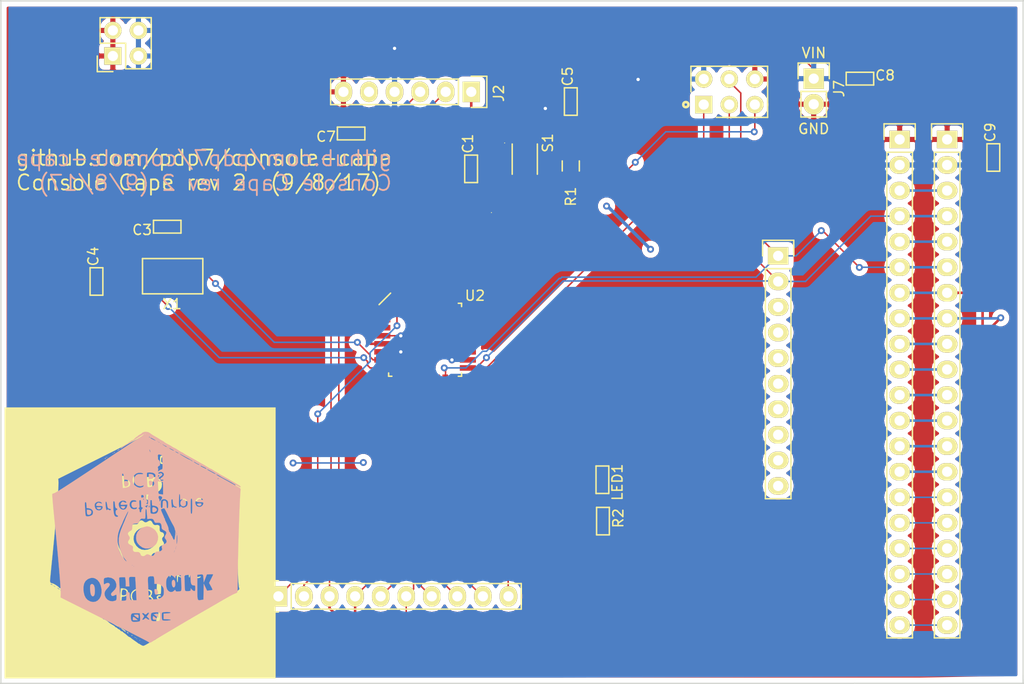
<source format=kicad_pcb>
(kicad_pcb (version 4) (host pcbnew 4.0.6)
  (title_block (company "Released under the CERN Open Hardware License v1.2") (comment 1 "jenner@wickerbox.net - http://wickerbox.net") (comment 2 "Designed by Jenner at Wickerbox Electronics"))
  (layers (0 F.Cu signal) (31 B.Cu signal) (34 B.Paste user) (35 F.Paste user) (36 B.SilkS user) (37 F.SilkS user) (38 B.Mask user) (39 F.Mask user) (44 Edge.Cuts user))
  (net 0 "")
  (net 1 /~RESET)
  (net 2 /FTDI_RESET)
  (net 3 GND)
  (net 4 "Net-(C3-Pad1)")
  (net 5 "Net-(C4-Pad1)")
  (net 6 /D0)
  (net 7 /D1)
  (net 8 "Net-(J2-Pad5)")
  (net 9 /D11)
  (net 10 /D2)
  (net 11 /D3)
  (net 12 /D6)
  (net 13 /D7)
  (net 14 /D8)
  (net 15 /D9)
  (net 16 /D10)
  (net 17 "Net-(LED1-Pad2)")
  (net 18 "Net-(J5-Pad3)")
  (net 19 "Net-(J5-Pad4)")
  (net 20 "Net-(J5-Pad5)")
  (net 21 "Net-(J5-Pad6)")
  (net 22 "Net-(J5-Pad7)")
  (net 23 "Net-(J5-Pad8)")
  (net 24 "Net-(J5-Pad9)")
  (net 25 "Net-(J5-Pad10)")
  (net 26 "Net-(U2-Pad19)")
  (net 27 "Net-(U2-Pad20)")
  (net 28 "Net-(U2-Pad22)")
  (net 29 "Net-(U2-Pad23)")
  (net 30 "Net-(U2-Pad24)")
  (net 31 "Net-(U2-Pad25)")
  (net 32 "Net-(U2-Pad26)")
  (net 33 "Net-(U2-Pad27)")
  (net 34 "Net-(U2-Pad28)")
  (net 35 VIN)
  (net 36 3Vo)
  (net 37 CLK)
  (net 38 MOSI)
  (net 39 TFT_CS)
  (net 40 TFT_DC)
  (net 41 RST)
  (net 42 Lite)
  (net 43 Y+)
  (net 44 X+)
  (net 45 Y-)
  (net 46 X-)
  (net 47 IM3)
  (net 48 IM2)
  (net 49 IM1)
  (net 50 IM0)
  (net 51 CCS)
  (net 52 CD)
  (net 53 "Net-(J1-Pad5)")
  (net 54 "Net-(J6-Pad5)")
  (module Wickerlib:TQFP-32-7x7MM-P0.8MM (layer F.Cu) (at 166.624 82.296)
    (fp_text reference U2)
    (fp_text value ATMEGA328 hide)
    (fp_text user %R (at 4.953 -4.386 180) (layer F.SilkS))
    (pad 1 smd rect (at -4.25 -2.8) (size 1.6 0.55) (layers F.Cu F.Paste F.Mask) (net 11 /D3))
    (pad 2 smd rect (at -4.25 -2) (size 1.6 0.55) (layers F.Cu F.Paste F.Mask) (net 40 TFT_DC))
    (pad 3 smd rect (at -4.25 -1.2) (size 1.6 0.55) (layers F.Cu F.Paste F.Mask) (net 3 GND))
    (pad 4 smd rect (at -4.25 -0.4) (size 1.6 0.55) (layers F.Cu F.Paste F.Mask) (net 35 VIN))
    (pad 5 smd rect (at -4.25 0.4) (size 1.6 0.55) (layers F.Cu F.Paste F.Mask) (net 3 GND))
    (pad 6 smd rect (at -4.25 1.2) (size 1.6 0.55) (layers F.Cu F.Paste F.Mask) (net 35 VIN))
    (pad 7 smd rect (at -4.25 2) (size 1.6 0.55) (layers F.Cu F.Paste F.Mask) (net 4 "Net-(C3-Pad1)"))
    (pad 8 smd rect (at -4.25 2.8) (size 1.6 0.55) (layers F.Cu F.Paste F.Mask) (net 5 "Net-(C4-Pad1)"))
    (pad 9 smd rect (at -2.8 4.25 90) (size 1.6 0.55) (layers F.Cu F.Paste F.Mask) (net 39 TFT_CS))
    (pad 10 smd rect (at -2 4.25 90) (size 1.6 0.55) (layers F.Cu F.Paste F.Mask) (net 12 /D6))
    (pad 11 smd rect (at -1.2 4.25 90) (size 1.6 0.55) (layers F.Cu F.Paste F.Mask) (net 13 /D7))
    (pad 12 smd rect (at -0.4 4.25 90) (size 1.6 0.55) (layers F.Cu F.Paste F.Mask) (net 14 /D8))
    (pad 13 smd rect (at 0.4 4.25 90) (size 1.6 0.55) (layers F.Cu F.Paste F.Mask) (net 15 /D9))
    (pad 14 smd rect (at 1.2 4.25 90) (size 1.6 0.55) (layers F.Cu F.Paste F.Mask) (net 16 /D10))
    (pad 15 smd rect (at 2 4.25 90) (size 1.6 0.55) (layers F.Cu F.Paste F.Mask) (net 38 MOSI))
    (pad 16 smd rect (at 2.8 4.25 90) (size 1.6 0.55) (layers F.Cu F.Paste F.Mask) (net 9 /D11))
    (pad 17 smd rect (at 4.25 2.8) (size 1.6 0.55) (layers F.Cu F.Paste F.Mask) (net 37 CLK))
    (pad 18 smd rect (at 4.25 2) (size 1.6 0.55) (layers F.Cu F.Paste F.Mask) (net 35 VIN))
    (pad 19 smd rect (at 4.25 1.2) (size 1.6 0.55) (layers F.Cu F.Paste F.Mask) (net 26 "Net-(U2-Pad19)"))
    (pad 20 smd rect (at 4.25 0.4) (size 1.6 0.55) (layers F.Cu F.Paste F.Mask) (net 27 "Net-(U2-Pad20)"))
    (pad 21 smd rect (at 4.25 -0.4) (size 1.6 0.55) (layers F.Cu F.Paste F.Mask) (net 3 GND))
    (pad 22 smd rect (at 4.25 -1.2) (size 1.6 0.55) (layers F.Cu F.Paste F.Mask) (net 28 "Net-(U2-Pad22)"))
    (pad 23 smd rect (at 4.25 -2) (size 1.6 0.55) (layers F.Cu F.Paste F.Mask) (net 29 "Net-(U2-Pad23)"))
    (pad 24 smd rect (at 4.25 -2.8) (size 1.6 0.55) (layers F.Cu F.Paste F.Mask) (net 30 "Net-(U2-Pad24)"))
    (pad 25 smd rect (at 2.8 -4.25 90) (size 1.6 0.55) (layers F.Cu F.Paste F.Mask) (net 31 "Net-(U2-Pad25)"))
    (pad 26 smd rect (at 2 -4.25 90) (size 1.6 0.55) (layers F.Cu F.Paste F.Mask) (net 32 "Net-(U2-Pad26)"))
    (pad 27 smd rect (at 1.2 -4.25 90) (size 1.6 0.55) (layers F.Cu F.Paste F.Mask) (net 33 "Net-(U2-Pad27)"))
    (pad 28 smd rect (at 0.4 -4.25 90) (size 1.6 0.55) (layers F.Cu F.Paste F.Mask) (net 34 "Net-(U2-Pad28)"))
    (pad 29 smd rect (at -0.4 -4.25 90) (size 1.6 0.55) (layers F.Cu F.Paste F.Mask) (net 1 /~RESET))
    (pad 30 smd rect (at -1.2 -4.25 90) (size 1.6 0.55) (layers F.Cu F.Paste F.Mask) (net 6 /D0))
    (pad 31 smd rect (at -2 -4.25 90) (size 1.6 0.55) (layers F.Cu F.Paste F.Mask) (net 7 /D1))
    (pad 32 smd rect (at -2.8 -4.25 90) (size 1.6 0.55) (layers F.Cu F.Paste F.Mask) (net 10 /D2))
  )
  (module Wickerlib:RLC-0603-SMD (layer F.Cu) (at 171.196 65.278 90)
    (fp_text reference C1)
    (fp_text value 100nF hide)
    (fp_text user %R (at 2.4645 -0.3175 90) (layer F.SilkS))
    (pad 1 smd rect (at -0.75 0 90) (size 0.8 0.75) (layers F.Cu F.Paste F.Mask) (net 1 /~RESET))
    (pad 2 smd rect (at 0.75 0 90) (size 0.8 0.75) (layers F.Cu F.Paste F.Mask) (net 2 /FTDI_RESET))
  )
  (module Wickerlib:RLC-0603-SMD (layer F.Cu) (at 140.97 71.06 180)
    (fp_text reference C3)
    (fp_text value 22pF hide)
    (fp_text user %R (at 2.4645 -0.3175 180) (layer F.SilkS))
    (pad 1 smd rect (at -0.75 0 180) (size 0.8 0.75) (layers F.Cu F.Paste F.Mask) (net 4 "Net-(C3-Pad1)"))
    (pad 2 smd rect (at 0.75 0 180) (size 0.8 0.75) (layers F.Cu F.Paste F.Mask) (net 3 GND))
  )
  (module Wickerlib:RLC-0603-SMD (layer F.Cu) (at 133.97 76.47 90)
    (fp_text reference C4)
    (fp_text value 22pF hide)
    (fp_text user %R (at 2.4645 -0.3175 90) (layer F.SilkS))
    (pad 1 smd rect (at -0.75 0 90) (size 0.8 0.75) (layers F.Cu F.Paste F.Mask) (net 5 "Net-(C4-Pad1)"))
    (pad 2 smd rect (at 0.75 0 90) (size 0.8 0.75) (layers F.Cu F.Paste F.Mask) (net 3 GND))
  )
  (module Wickerlib:RLC-0603-SMD (layer F.Cu) (at 181.102 58.59272 90)
    (fp_text reference C5)
    (fp_text value 100nF hide)
    (fp_text user %R (at 2.4645 -0.3175 90) (layer F.SilkS))
    (pad 1 smd rect (at -0.75 0 90) (size 0.8 0.75) (layers F.Cu F.Paste F.Mask) (net 35 VIN))
    (pad 2 smd rect (at 0.75 0 90) (size 0.8 0.75) (layers F.Cu F.Paste F.Mask) (net 3 GND))
  )
  (module Wickerlib:RLC-0603-SMD (layer F.Cu) (at 159.24276 61.7982 180)
    (fp_text reference C7)
    (fp_text value 100nF hide)
    (fp_text user %R (at 2.4645 -0.3175 180) (layer F.SilkS))
    (pad 1 smd rect (at -0.75 0 180) (size 0.8 0.75) (layers F.Cu F.Paste F.Mask) (net 35 VIN))
    (pad 2 smd rect (at 0.75 0 180) (size 0.8 0.75) (layers F.Cu F.Paste F.Mask) (net 3 GND))
  )
  (module Wickerlib:RLC-0603-SMD (layer F.Cu) (at 209.86496 56.34736)
    (fp_text reference C8)
    (fp_text value 100nF hide)
    (fp_text user %R (at 2.4645 -0.3175) (layer F.SilkS))
    (pad 1 smd rect (at -0.75 0) (size 0.8 0.75) (layers F.Cu F.Paste F.Mask) (net 35 VIN))
    (pad 2 smd rect (at 0.75 0) (size 0.8 0.75) (layers F.Cu F.Paste F.Mask) (net 3 GND))
  )
  (module Wickerlib:RLC-0603-SMD (layer F.Cu) (at 223.09074 64.15278 90)
    (fp_text reference C9)
    (fp_text value 100nF hide)
    (fp_text user %R (at 2.4645 -0.3175 90) (layer F.SilkS))
    (pad 1 smd rect (at -0.75 0 90) (size 0.8 0.75) (layers F.Cu F.Paste F.Mask) (net 35 VIN))
    (pad 2 smd rect (at 0.75 0 90) (size 0.8 0.75) (layers F.Cu F.Paste F.Mask) (net 3 GND))
  )
  (module Wickerlib:CONN-HEADER-STRAIGHT-P2.54MM-1x06 (layer F.Cu) (at 171.21 57.66 270)
    (fp_text reference J2)
    (fp_text value FTDI hide)
    (fp_text user %R (at 0.14 -2.74 450) (layer F.SilkS))
    (pad 1 thru_hole rect (at 0 0 270) (size 2.032 1.7272) (drill 1.016) (layers *.Cu *.Mask F.SilkS) (net 2 /FTDI_RESET))
    (pad 2 thru_hole oval (at 0 2.54 270) (size 2.032 1.7272) (drill 1.016) (layers *.Cu *.Mask F.SilkS) (net 6 /D0))
    (pad 3 thru_hole oval (at 0 5.08 270) (size 2.032 1.7272) (drill 1.016) (layers *.Cu *.Mask F.SilkS) (net 7 /D1))
    (pad 4 thru_hole oval (at 0 7.62 270) (size 2.032 1.7272) (drill 1.016) (layers *.Cu *.Mask F.SilkS) (net 35 VIN))
    (pad 5 thru_hole oval (at 0 10.16 270) (size 2.032 1.7272) (drill 1.016) (layers *.Cu *.Mask F.SilkS) (net 8 "Net-(J2-Pad5)"))
    (pad 6 thru_hole oval (at 0 12.7 270) (size 2.032 1.7272) (drill 1.016) (layers *.Cu *.Mask F.SilkS) (net 3 GND))
  )
  (module Wickerlib:CONN-HEADER-STRAIGHT-P2.54MM-2x03 (layer F.Cu) (at 194.31 58.928 90)
    (fp_text reference J3)
    (fp_text value ISP-2560 hide)
    (pad 1 thru_hole rect (at 0 0 90) (size 1.7272 1.7272) (drill 1.016) (layers *.Cu *.Mask F.SilkS) (net 9 /D11))
    (pad 2 thru_hole oval (at 2.54 0 90) (size 1.7272 1.7272) (drill 1.016) (layers *.Cu *.Mask F.SilkS) (net 35 VIN))
    (pad 3 thru_hole oval (at 0 2.54 90) (size 1.7272 1.7272) (drill 1.016) (layers *.Cu *.Mask F.SilkS) (net 37 CLK))
    (pad 4 thru_hole oval (at 2.54 2.54 90) (size 1.7272 1.7272) (drill 1.016) (layers *.Cu *.Mask F.SilkS) (net 38 MOSI))
    (pad 5 thru_hole oval (at 0 5.08 90) (size 1.7272 1.7272) (drill 1.016) (layers *.Cu *.Mask F.SilkS) (net 1 /~RESET))
    (pad 6 thru_hole oval (at 2.54 5.08 90) (size 1.7272 1.7272) (drill 1.016) (layers *.Cu *.Mask F.SilkS) (net 3 GND))
  )
  (module Wickerlib:CONN-HEADER-STRAIGHT-P2.54MM-1x10 (layer F.Cu) (at 152.05 107.79 90)
    (fp_text reference J4)
    (fp_text value DIGOUT1 hide)
    (pad 1 thru_hole rect (at 0 0 90) (size 2.032 1.7272) (drill 1.016) (layers *.Cu *.Mask F.SilkS) (net 10 /D2))
    (pad 2 thru_hole oval (at 0 2.54 90) (size 2.032 1.7272) (drill 1.016) (layers *.Cu *.Mask F.SilkS) (net 11 /D3))
    (pad 3 thru_hole oval (at 0 5.08 90) (size 2.032 1.7272) (drill 1.016) (layers *.Cu *.Mask F.SilkS) (net 40 TFT_DC))
    (pad 4 thru_hole oval (at 0 7.62 90) (size 2.032 1.7272) (drill 1.016) (layers *.Cu *.Mask F.SilkS) (net 39 TFT_CS))
    (pad 5 thru_hole oval (at 0 10.16 90) (size 2.032 1.7272) (drill 1.016) (layers *.Cu *.Mask F.SilkS) (net 12 /D6))
    (pad 6 thru_hole oval (at 0 12.7 90) (size 2.032 1.7272) (drill 1.016) (layers *.Cu *.Mask F.SilkS) (net 13 /D7))
    (pad 7 thru_hole oval (at 0 15.24 90) (size 2.032 1.7272) (drill 1.016) (layers *.Cu *.Mask F.SilkS) (net 14 /D8))
    (pad 8 thru_hole oval (at 0 17.78 90) (size 2.032 1.7272) (drill 1.016) (layers *.Cu *.Mask F.SilkS) (net 15 /D9))
    (pad 9 thru_hole oval (at 0 20.32 90) (size 2.032 1.7272) (drill 1.016) (layers *.Cu *.Mask F.SilkS) (net 16 /D10))
    (pad 10 thru_hole oval (at 0 22.86 90) (size 2.032 1.7272) (drill 1.016) (layers *.Cu *.Mask F.SilkS) (net 9 /D11))
  )
  (module Wickerlib:CONN-HEADER-STRAIGHT-P2.54MM-1x10 (layer F.Cu) (at 201.71 73.96)
    (fp_text reference J5)
    (fp_text value DIGOUT2 hide)
    (pad 1 thru_hole rect (at 0 0) (size 2.032 1.7272) (drill 1.016) (layers *.Cu *.Mask F.SilkS) (net 38 MOSI))
    (pad 2 thru_hole oval (at 0 2.54) (size 2.032 1.7272) (drill 1.016) (layers *.Cu *.Mask F.SilkS) (net 37 CLK))
    (pad 3 thru_hole oval (at 0 5.08) (size 2.032 1.7272) (drill 1.016) (layers *.Cu *.Mask F.SilkS) (net 18 "Net-(J5-Pad3)"))
    (pad 4 thru_hole oval (at 0 7.62) (size 2.032 1.7272) (drill 1.016) (layers *.Cu *.Mask F.SilkS) (net 19 "Net-(J5-Pad4)"))
    (pad 5 thru_hole oval (at 0 10.16) (size 2.032 1.7272) (drill 1.016) (layers *.Cu *.Mask F.SilkS) (net 20 "Net-(J5-Pad5)"))
    (pad 6 thru_hole oval (at 0 12.7) (size 2.032 1.7272) (drill 1.016) (layers *.Cu *.Mask F.SilkS) (net 21 "Net-(J5-Pad6)"))
    (pad 7 thru_hole oval (at 0 15.24) (size 2.032 1.7272) (drill 1.016) (layers *.Cu *.Mask F.SilkS) (net 22 "Net-(J5-Pad7)"))
    (pad 8 thru_hole oval (at 0 17.78) (size 2.032 1.7272) (drill 1.016) (layers *.Cu *.Mask F.SilkS) (net 23 "Net-(J5-Pad8)"))
    (pad 9 thru_hole oval (at 0 20.32) (size 2.032 1.7272) (drill 1.016) (layers *.Cu *.Mask F.SilkS) (net 24 "Net-(J5-Pad9)"))
    (pad 10 thru_hole oval (at 0 22.86) (size 2.032 1.7272) (drill 1.016) (layers *.Cu *.Mask F.SilkS) (net 25 "Net-(J5-Pad10)"))
  )
  (module Wickerlib:RLC-0603-SMD (layer F.Cu) (at 184.2442 96.2356 270)
    (fp_text reference LED1)
    (fp_text value AMBER hide)
    (fp_text user %R (at 0.22 -1.49 270) (layer F.SilkS))
    (pad 1 smd rect (at -0.75 0 270) (size 0.8 0.75) (layers F.Cu F.Paste F.Mask) (net 3 GND))
    (pad 2 smd rect (at 0.75 0 270) (size 0.8 0.75) (layers F.Cu F.Paste F.Mask) (net 17 "Net-(LED1-Pad2)"))
  )
  (module Wickerlib:RLC-0805-SMD (layer F.Cu) (at 181.102 65.024 270)
    (fp_text reference R1)
    (fp_text value 10K hide)
    (fp_text user %R (at 3.048 0 270) (layer F.SilkS))
    (pad 1 smd rect (at -1 0 270) (size 1 1.25) (layers F.Cu F.Paste F.Mask) (net 35 VIN))
    (pad 2 smd rect (at 1 0 270) (size 1 1.25) (layers F.Cu F.Paste F.Mask) (net 1 /~RESET))
  )
  (module Wickerlib:RLC-0603-SMD (layer F.Cu) (at 184.2996 100.2852 90)
    (fp_text reference R2)
    (fp_text value 1K hide)
    (fp_text user %R (at 0.26 1.52 90) (layer F.SilkS))
    (pad 1 smd rect (at -0.75 0 90) (size 0.8 0.75) (layers F.Cu F.Paste F.Mask) (net 13 /D7))
    (pad 2 smd rect (at 0.75 0 90) (size 0.8 0.75) (layers F.Cu F.Paste F.Mask) (net 17 "Net-(LED1-Pad2)"))
  )
  (module Wickerlib:SWITCH-OMRON-MOMENTARY-SMD-B3U-1000P (layer F.Cu) (at 176.53 62.738 270)
    (fp_text reference S1)
    (fp_text value RESET hide)
    (fp_text user %R (at 0 -2.286 270) (layer F.SilkS))
    (pad 2 smd rect (at 3.4 0 270) (size 0.8 1.7) (layers F.Cu F.Paste F.Mask) (net 1 /~RESET))
    (pad 1 smd rect (at 0 0 270) (size 0.8 1.7) (layers F.Cu F.Paste F.Mask) (net 3 GND))
  )
  (module Wickerlib:CRYSTAL-CTS-4SMD (layer F.Cu) (at 141.49 75.75 180)
    (fp_text reference X1)
    (fp_text value "16MHz 18pF" hide)
    (fp_text user %R (at 0 -3 180) (layer F.SilkS))
    (pad 3 smd rect (at 2.1844 -1.4732 180) (size 1.905 1.397) (layers F.Cu F.Paste F.Mask) (net 5 "Net-(C4-Pad1)"))
    (pad 4 smd rect (at -2.286 -1.4732 180) (size 1.905 1.397) (layers F.Cu F.Paste F.Mask) (net 3 GND))
    (pad 2 smd rect (at 2.1844 1.016 180) (size 1.905 1.397) (layers F.Cu F.Paste F.Mask) (net 3 GND))
    (pad 1 smd rect (at -2.286 1.016 180) (size 1.905 1.397) (layers F.Cu F.Paste F.Mask) (net 4 "Net-(C3-Pad1)"))
  )
  (module Wickerlib:CONN-HEADER-STRAIGHT-P2.54MM-1x20 (layer F.Cu) (at 218.5 62.39)
    (fp_text reference J1)
    (fp_text value "LCD HEADER" hide)
    (pad 1 thru_hole rect (at 0 0) (size 2.032 1.7272) (drill 1.016) (layers *.Cu *.Mask F.SilkS) (net 3 GND))
    (pad 2 thru_hole oval (at 0 2.54) (size 2.032 1.7272) (drill 1.016) (layers *.Cu *.Mask F.SilkS) (net 35 VIN))
    (pad 3 thru_hole oval (at 0 5.08) (size 2.032 1.7272) (drill 1.016) (layers *.Cu *.Mask F.SilkS) (net 36 3Vo))
    (pad 4 thru_hole oval (at 0 7.62) (size 2.032 1.7272) (drill 1.016) (layers *.Cu *.Mask F.SilkS) (net 37 CLK))
    (pad 5 thru_hole oval (at 0 10.16) (size 2.032 1.7272) (drill 1.016) (layers *.Cu *.Mask F.SilkS) (net 53 "Net-(J1-Pad5)"))
    (pad 6 thru_hole oval (at 0 12.7) (size 2.032 1.7272) (drill 1.016) (layers *.Cu *.Mask F.SilkS) (net 38 MOSI))
    (pad 7 thru_hole oval (at 0 15.24) (size 2.032 1.7272) (drill 1.016) (layers *.Cu *.Mask F.SilkS) (net 39 TFT_CS))
    (pad 8 thru_hole oval (at 0 17.78) (size 2.032 1.7272) (drill 1.016) (layers *.Cu *.Mask F.SilkS) (net 40 TFT_DC))
    (pad 9 thru_hole oval (at 0 20.32) (size 2.032 1.7272) (drill 1.016) (layers *.Cu *.Mask F.SilkS) (net 41 RST))
    (pad 10 thru_hole oval (at 0 22.86) (size 2.032 1.7272) (drill 1.016) (layers *.Cu *.Mask F.SilkS) (net 42 Lite))
    (pad 11 thru_hole oval (at 0 25.4) (size 2.032 1.7272) (drill 1.016) (layers *.Cu *.Mask F.SilkS) (net 43 Y+))
    (pad 12 thru_hole oval (at 0 27.94) (size 2.032 1.7272) (drill 1.016) (layers *.Cu *.Mask F.SilkS) (net 44 X+))
    (pad 13 thru_hole oval (at 0 30.48) (size 2.032 1.7272) (drill 1.016) (layers *.Cu *.Mask F.SilkS) (net 45 Y-))
    (pad 14 thru_hole oval (at 0 33.02) (size 2.032 1.7272) (drill 1.016) (layers *.Cu *.Mask F.SilkS) (net 46 X-))
    (pad 15 thru_hole oval (at 0 35.56) (size 2.032 1.7272) (drill 1.016) (layers *.Cu *.Mask F.SilkS) (net 47 IM3))
    (pad 16 thru_hole oval (at 0 38.1) (size 2.032 1.7272) (drill 1.016) (layers *.Cu *.Mask F.SilkS) (net 48 IM2))
    (pad 17 thru_hole oval (at 0 40.64) (size 2.032 1.7272) (drill 1.016) (layers *.Cu *.Mask F.SilkS) (net 49 IM1))
    (pad 18 thru_hole oval (at 0 43.18) (size 2.032 1.7272) (drill 1.016) (layers *.Cu *.Mask F.SilkS) (net 50 IM0))
    (pad 19 thru_hole oval (at 0 45.72) (size 2.032 1.7272) (drill 1.016) (layers *.Cu *.Mask F.SilkS) (net 51 CCS))
    (pad 20 thru_hole oval (at 0 48.26) (size 2.032 1.7272) (drill 1.016) (layers *.Cu *.Mask F.SilkS) (net 52 CD))
  )
  (module Wickerlib:CONN-HEADER-STRAIGHT-P2.54MM-1x20 (layer F.Cu) (at 213.78 62.39)
    (fp_text reference J6)
    (fp_text value "LCD TEST" hide)
    (pad 1 thru_hole rect (at 0 0) (size 2.032 1.7272) (drill 1.016) (layers *.Cu *.Mask F.SilkS) (net 3 GND))
    (pad 2 thru_hole oval (at 0 2.54) (size 2.032 1.7272) (drill 1.016) (layers *.Cu *.Mask F.SilkS) (net 35 VIN))
    (pad 3 thru_hole oval (at 0 5.08) (size 2.032 1.7272) (drill 1.016) (layers *.Cu *.Mask F.SilkS) (net 36 3Vo))
    (pad 4 thru_hole oval (at 0 7.62) (size 2.032 1.7272) (drill 1.016) (layers *.Cu *.Mask F.SilkS) (net 37 CLK))
    (pad 5 thru_hole oval (at 0 10.16) (size 2.032 1.7272) (drill 1.016) (layers *.Cu *.Mask F.SilkS) (net 54 "Net-(J6-Pad5)"))
    (pad 6 thru_hole oval (at 0 12.7) (size 2.032 1.7272) (drill 1.016) (layers *.Cu *.Mask F.SilkS) (net 38 MOSI))
    (pad 7 thru_hole oval (at 0 15.24) (size 2.032 1.7272) (drill 1.016) (layers *.Cu *.Mask F.SilkS) (net 39 TFT_CS))
    (pad 8 thru_hole oval (at 0 17.78) (size 2.032 1.7272) (drill 1.016) (layers *.Cu *.Mask F.SilkS) (net 40 TFT_DC))
    (pad 9 thru_hole oval (at 0 20.32) (size 2.032 1.7272) (drill 1.016) (layers *.Cu *.Mask F.SilkS) (net 41 RST))
    (pad 10 thru_hole oval (at 0 22.86) (size 2.032 1.7272) (drill 1.016) (layers *.Cu *.Mask F.SilkS) (net 42 Lite))
    (pad 11 thru_hole oval (at 0 25.4) (size 2.032 1.7272) (drill 1.016) (layers *.Cu *.Mask F.SilkS) (net 43 Y+))
    (pad 12 thru_hole oval (at 0 27.94) (size 2.032 1.7272) (drill 1.016) (layers *.Cu *.Mask F.SilkS) (net 44 X+))
    (pad 13 thru_hole oval (at 0 30.48) (size 2.032 1.7272) (drill 1.016) (layers *.Cu *.Mask F.SilkS) (net 45 Y-))
    (pad 14 thru_hole oval (at 0 33.02) (size 2.032 1.7272) (drill 1.016) (layers *.Cu *.Mask F.SilkS) (net 46 X-))
    (pad 15 thru_hole oval (at 0 35.56) (size 2.032 1.7272) (drill 1.016) (layers *.Cu *.Mask F.SilkS) (net 47 IM3))
    (pad 16 thru_hole oval (at 0 38.1) (size 2.032 1.7272) (drill 1.016) (layers *.Cu *.Mask F.SilkS) (net 48 IM2))
    (pad 17 thru_hole oval (at 0 40.64) (size 2.032 1.7272) (drill 1.016) (layers *.Cu *.Mask F.SilkS) (net 49 IM1))
    (pad 18 thru_hole oval (at 0 43.18) (size 2.032 1.7272) (drill 1.016) (layers *.Cu *.Mask F.SilkS) (net 50 IM0))
    (pad 19 thru_hole oval (at 0 45.72) (size 2.032 1.7272) (drill 1.016) (layers *.Cu *.Mask F.SilkS) (net 51 CCS))
    (pad 20 thru_hole oval (at 0 48.26) (size 2.032 1.7272) (drill 1.016) (layers *.Cu *.Mask F.SilkS) (net 52 CD))
  )
  (module Wickerlib:CONN-HEADER-STRAIGHT-P2.54MM-1x02 (layer F.Cu) (at 205.24 56.35)
    (fp_text reference J7)
    (fp_text value CONN_01X02 hide)
    (fp_text user %R (at 2.52 0.99 90) (layer F.SilkS))
    (pad 1 thru_hole rect (at 0 0) (size 2.032 2.032) (drill 1.016) (layers *.Cu *.Mask F.SilkS) (net 35 VIN))
    (pad 2 thru_hole oval (at 0 2.54) (size 2.032 2.032) (drill 1.016) (layers *.Cu *.Mask F.SilkS) (net 3 GND))
  )
  (module console-cape:oshpark0x0c (layer B.Cu) (at 138.5062 101.5238)
    (fp_text reference G*** hide)
    (fp_text value LOGO hide)
  )
  (module console-cape:dpi400-oshpark0x0ckicad_mod (layer F.Cu) (at 138.303 102.48392)
    (fp_text reference G*** hide)
    (fp_text value LOGO hide)
  )
  (module Wickerlib:CONN-HEADER-STRAIGHT-P2.54MM-2x02 (layer F.Cu) (at 135.6 54.1 90)
    (fp_text reference J8)
    (fp_text value CONN_02X02 hide)
    (pad 1 thru_hole rect (at 0 0 90) (size 1.7272 1.7272) (drill 1.016) (layers *.Cu *.Mask F.SilkS) (net 3 GND))
    (pad 2 thru_hole oval (at 2.54 0 90) (size 1.7272 1.7272) (drill 1.016) (layers *.Cu *.Mask F.SilkS) (net 3 GND))
    (pad 3 thru_hole oval (at 0 2.54 90) (size 1.7272 1.7272) (drill 1.016) (layers *.Cu *.Mask F.SilkS) (net 35 VIN))
    (pad 4 thru_hole oval (at 2.54 2.54 90) (size 1.7272 1.7272) (drill 1.016) (layers *.Cu *.Mask F.SilkS) (net 35 VIN))
  )
  (gr_line (start 226.06 48.61) (end 226.06 50.41) (angle 90) (layer Edge.Cuts) (width 0.1524))
  (gr_line (start 124.46 48.61) (end 226.06 48.61) (angle 90) (layer Edge.Cuts) (width 0.1524))
  (gr_line (start 124.46 50.42) (end 124.46 48.61) (angle 90) (layer Edge.Cuts) (width 0.1524))
  (gr_text "github.com/pdp7/console-cape\nConsole Cape rev 2 (9/8/17)\n\n" (at 163.449 66.72072) (layer B.SilkS) (effects (font (thickness 0.1778)) (justify left mirror)))
  (gr_text "github.com/pdp7/console-cape\nConsole Cape rev 2  (9/8/17)\n\n" (at 125.8443 66.675) (layer F.SilkS) (effects (font (thickness 0.1778)) (justify left)))
  (gr_line (start 226.05746 115.63858) (end 226.06508 115.63858) (angle 90) (layer Edge.Cuts) (width 0.1524))
  (gr_line (start 226.05746 116.44884) (end 226.05746 115.63858) (angle 90) (layer Edge.Cuts) (width 0.1524))
  (gr_line (start 209.31632 116.44884) (end 226.05746 116.44884) (angle 90) (layer Edge.Cuts) (width 0.1524))
  (gr_line (start 226.06254 50.41138) (end 226.06254 115.99926) (angle 90) (layer Edge.Cuts) (width 0.1524))
  (gr_text GND (at 205.24 61.34) (layer F.SilkS) (effects (font (size 1.016 1.016) (thickness 0.1524))))
  (gr_text VIN (at 205.26 53.8) (layer F.SilkS) (effects (font (size 1.016 1.016) (thickness 0.1524))))
  (gr_line (start 124.46 116.45) (end 124.46 50.41) (angle 90) (layer Edge.Cuts) (width 0.1524))
  (gr_line (start 209.3 116.45) (end 124.46 116.45) (angle 90) (layer Edge.Cuts) (width 0.1524))
  (via (at 160.48736 94.49308) (size 0.6858) (drill 0.3302) (layers F.Cu B.Cu) (net 0))
  (via (at 153.5049 94.5388) (size 0.6858) (drill 0.3302) (layers F.Cu B.Cu) (net 0))
  (segment (start 153.5049 94.5388) (end 160.44164 94.5388) (width 0.1524) (layer B.Cu) (net 0))
  (segment (start 160.44164 94.5388) (end 160.48736 94.49308) (width 0.1524) (layer B.Cu) (net 0))
  (segment (start 189.1792 73.3552) (end 189.0776 73.3552) (width 0.3302) (layer F.Cu) (net 0))
  (via (at 184.658 69.0118) (size 0.6858) (drill 0.3302) (layers F.Cu B.Cu) (net 0))
  (segment (start 184.7342 69.0118) (end 184.658 69.0118) (width 0.3302) (layer B.Cu) (net 0))
  (segment (start 189.0268 73.3044) (end 184.7342 69.0118) (width 0.3302) (layer B.Cu) (net 0))
  (via (at 189.0268 73.3044) (size 0.6858) (drill 0.3302) (layers F.Cu B.Cu) (net 0))
  (segment (start 189.0776 73.3552) (end 189.0268 73.3044) (width 0.3302) (layer F.Cu) (net 0))
  (segment (start 181.102 66.024) (end 186.1472 66.024) (width 0.1524) (layer F.Cu) (net 1))
  (segment (start 199.39 61.57214) (end 199.39 58.928) (width 0.1524) (layer F.Cu) (net 1))
  (segment (start 199.33158 61.63056) (end 199.39 61.57214) (width 0.1524) (layer F.Cu) (net 1))
  (via (at 199.33158 61.63056) (size 0.6858) (drill 0.3302) (layers F.Cu B.Cu) (net 1))
  (segment (start 190.54064 61.63056) (end 199.33158 61.63056) (width 0.1524) (layer B.Cu) (net 1))
  (segment (start 187.51296 64.65824) (end 190.54064 61.63056) (width 0.1524) (layer B.Cu) (net 1))
  (via (at 187.51296 64.65824) (size 0.6858) (drill 0.3302) (layers F.Cu B.Cu) (net 1))
  (segment (start 186.1472 66.024) (end 187.51296 64.65824) (width 0.1524) (layer F.Cu) (net 1))
  (segment (start 199.136 58.928) (end 199.39 58.928) (width 0.1524) (layer B.Cu) (net 1))
  (segment (start 181.102 66.024) (end 181.102 66.04) (width 0.1524) (layer F.Cu) (net 1))
  (segment (start 166.243 78.105) (end 166.224 78.046) (width 0.1524) (layer F.Cu) (net 1))
  (segment (start 166.243 70.993) (end 166.243 78.105) (width 0.1524) (layer F.Cu) (net 1))
  (segment (start 171.196 66.04) (end 166.243 70.993) (width 0.1524) (layer F.Cu) (net 1))
  (segment (start 171.196 66.028) (end 171.196 66.04) (width 0.1524) (layer F.Cu) (net 1))
  (segment (start 176.53 66.138) (end 180.988 66.138) (width 0.1524) (layer F.Cu) (net 1))
  (segment (start 180.988 66.138) (end 181.102 66.024) (width 0.1524) (layer F.Cu) (net 1))
  (segment (start 171.196 66.028) (end 176.42 66.028) (width 0.1524) (layer F.Cu) (net 1))
  (segment (start 176.42 66.028) (end 176.53 66.138) (width 0.1524) (layer F.Cu) (net 1))
  (segment (start 171.21 57.66) (end 171.21 64.514) (width 0.254) (layer F.Cu) (net 2))
  (segment (start 171.21 64.514) (end 171.196 64.528) (width 0.254) (layer F.Cu) (net 2))
  (segment (start 170.874 81.896) (end 169.544 81.896) (width 0.254) (layer F.Cu) (net 3))
  (segment (start 169.544 81.896) (end 169.52 81.92) (width 0.254) (layer F.Cu) (net 3))
  (segment (start 161.074 82.554) (end 161.08 82.56) (width 0.254) (layer F.Cu) (net 3))
  (segment (start 161.074 81.096) (end 161.074 82.554) (width 0.254) (layer F.Cu) (net 3))
  (segment (start 161.216 82.696) (end 161.08 82.56) (width 0.254) (layer F.Cu) (net 3))
  (segment (start 162.374 82.696) (end 161.216 82.696) (width 0.254) (layer F.Cu) (net 3))
  (segment (start 164.904 82.696) (end 164.94 82.66) (width 0.254) (layer F.Cu) (net 3))
  (segment (start 162.374 82.696) (end 164.904 82.696) (width 0.254) (layer F.Cu) (net 3))
  (segment (start 162.374 81.096) (end 161.074 81.096) (width 0.254) (layer F.Cu) (net 3))
  (segment (start 161.074 81.096) (end 161.04 81.13) (width 0.254) (layer F.Cu) (net 3))
  (segment (start 170.874 81.896) (end 172.386 81.896) (width 0.254) (layer F.Cu) (net 3))
  (segment (start 172.386 81.896) (end 172.46 81.97) (width 0.254) (layer F.Cu) (net 3))
  (segment (start 158.49276 61.7982) (end 158.49276 57.67724) (width 0.254) (layer F.Cu) (net 3))
  (segment (start 158.49276 57.67724) (end 158.51 57.66) (width 0.254) (layer F.Cu) (net 3))
  (segment (start 205.24 58.89) (end 202.98 58.89) (width 0.1524) (layer F.Cu) (net 3))
  (segment (start 200.478 56.388) (end 199.39 56.388) (width 0.1524) (layer F.Cu) (net 3))
  (segment (start 202.98 58.89) (end 200.478 56.388) (width 0.1524) (layer F.Cu) (net 3))
  (segment (start 162.374 84.296) (end 161.4612 84.296) (width 0.1524) (layer F.Cu) (net 4))
  (via (at 159.893 82.55) (size 0.6858) (layers F.Cu B.Cu) (net 4))
  (segment (start 151.638 82.55) (end 159.893 82.55) (width 0.1524) (layer B.Cu) (net 4))
  (segment (start 145.796 76.708) (end 151.638 82.55) (width 0.1524) (layer B.Cu) (net 4))
  (segment (start 145.796 76.708) (end 143.764 74.676) (width 0.1524) (layer F.Cu) (net 4))
  (via (at 145.796 76.708) (size 0.6858) (layers F.Cu B.Cu) (net 4))
  (segment (start 161.1376 83.7946) (end 159.893 82.55) (width 0.1524) (layer F.Cu) (net 4))
  (segment (start 161.1376 83.9724) (end 161.1376 83.7946) (width 0.1524) (layer F.Cu) (net 4))
  (segment (start 161.4612 84.296) (end 161.1376 83.9724) (width 0.1524) (layer F.Cu) (net 4))
  (segment (start 162.433 84.328) (end 162.374 84.296) (width 0.1524) (layer F.Cu) (net 4))
  (segment (start 162.179 84.2772) (end 162.433 84.328) (width 0.1524) (layer F.Cu) (net 4))
  (segment (start 143.776 74.734) (end 143.764 74.676) (width 0.1524) (layer F.Cu) (net 4))
  (segment (start 141.72 71.06) (end 142.64 71.06) (width 0.1524) (layer F.Cu) (net 4))
  (segment (start 142.64 71.06) (end 143.776 72.196) (width 0.1524) (layer F.Cu) (net 4))
  (segment (start 143.776 72.196) (end 143.776 74.734) (width 0.1524) (layer F.Cu) (net 4))
  (segment (start 160.528 84.074) (end 160.909 84.455) (width 0.1524) (layer F.Cu) (net 5))
  (segment (start 146.177 84.074) (end 160.528 84.074) (width 0.1524) (layer B.Cu) (net 5))
  (via (at 160.528 84.074) (size 0.6858) (layers F.Cu B.Cu) (net 5))
  (segment (start 141.097 78.994) (end 146.177 84.074) (width 0.1524) (layer B.Cu) (net 5))
  (segment (start 139.319 77.216) (end 141.097 78.994) (width 0.1524) (layer F.Cu) (net 5))
  (via (at 141.097 78.994) (size 0.6858) (layers F.Cu B.Cu) (net 5))
  (segment (start 161.169 85.096) (end 162.374 85.096) (width 0.1524) (layer F.Cu) (net 5))
  (segment (start 160.909 84.836) (end 161.169 85.096) (width 0.1524) (layer F.Cu) (net 5))
  (segment (start 160.909 84.455) (end 160.909 84.836) (width 0.1524) (layer F.Cu) (net 5))
  (segment (start 162.433 85.09) (end 162.374 85.096) (width 0.1524) (layer F.Cu) (net 5))
  (segment (start 139.3056 77.2232) (end 139.319 77.216) (width 0.1524) (layer F.Cu) (net 5))
  (segment (start 139.3056 77.2232) (end 133.9732 77.2232) (width 0.1524) (layer F.Cu) (net 5))
  (segment (start 133.9732 77.2232) (end 133.97 77.22) (width 0.1524) (layer F.Cu) (net 5))
  (segment (start 165.481 78.105) (end 165.424 78.046) (width 0.1524) (layer F.Cu) (net 6))
  (segment (start 165.481 60.833) (end 165.481 78.105) (width 0.1524) (layer F.Cu) (net 6))
  (segment (start 168.656 57.658) (end 165.481 60.833) (width 0.1524) (layer F.Cu) (net 6))
  (segment (start 168.67 57.66) (end 168.656 57.658) (width 0.1524) (layer F.Cu) (net 6))
  (segment (start 164.592 78.105) (end 164.624 78.046) (width 0.1524) (layer F.Cu) (net 7))
  (segment (start 164.592 59.182) (end 164.592 78.105) (width 0.1524) (layer F.Cu) (net 7))
  (segment (start 166.116 57.658) (end 164.592 59.182) (width 0.1524) (layer F.Cu) (net 7))
  (segment (start 166.13 57.66) (end 166.116 57.658) (width 0.1524) (layer F.Cu) (net 7))
  (segment (start 194.31 63.5) (end 194.31 58.928) (width 0.1524) (layer F.Cu) (net 9))
  (segment (start 171.323 86.487) (end 194.31 63.5) (width 0.1524) (layer F.Cu) (net 9))
  (segment (start 169.418 86.487) (end 171.323 86.487) (width 0.1524) (layer F.Cu) (net 9))
  (segment (start 174.879 107.823) (end 174.91 107.79) (width 0.1524) (layer F.Cu) (net 9))
  (segment (start 174.879 91.948) (end 174.879 107.823) (width 0.1524) (layer F.Cu) (net 9))
  (segment (start 169.418 86.487) (end 174.879 91.948) (width 0.1524) (layer F.Cu) (net 9))
  (segment (start 169.424 86.546) (end 169.418 86.487) (width 0.1524) (layer F.Cu) (net 9))
  (segment (start 169.424 86.546) (end 169.418 86.614) (width 0.1524) (layer F.Cu) (net 9))
  (segment (start 175.006 107.696) (end 174.91 107.79) (width 0.1524) (layer F.Cu) (net 9))
  (segment (start 163.83 78.105) (end 163.824 78.046) (width 0.1524) (layer F.Cu) (net 10))
  (segment (start 163.83 80.899) (end 163.83 78.105) (width 0.1524) (layer F.Cu) (net 10))
  (via (at 163.83 80.899) (size 0.6858) (layers F.Cu B.Cu) (net 10))
  (segment (start 161.163 83.566) (end 163.83 80.899) (width 0.1524) (layer B.Cu) (net 10))
  (segment (start 161.163 84.455) (end 161.163 83.566) (width 0.1524) (layer B.Cu) (net 10))
  (segment (start 155.956 89.662) (end 161.163 84.455) (width 0.1524) (layer B.Cu) (net 10))
  (via (at 155.956 89.662) (size 0.6858) (layers F.Cu B.Cu) (net 10))
  (segment (start 155.956 103.886) (end 155.956 89.662) (width 0.1524) (layer F.Cu) (net 10))
  (segment (start 152.019 107.823) (end 155.956 103.886) (width 0.1524) (layer F.Cu) (net 10))
  (segment (start 152.05 107.79) (end 152.019 107.823) (width 0.1524) (layer F.Cu) (net 10))
  (segment (start 163.824 78.046) (end 163.83 77.978) (width 0.1524) (layer F.Cu) (net 10))
  (segment (start 152.146 107.696) (end 152.05 107.79) (width 0.1524) (layer F.Cu) (net 10))
  (segment (start 162.374 79.496) (end 158.4512 79.496) (width 0.1524) (layer F.Cu) (net 11))
  (segment (start 154.59 106.6617) (end 154.59 107.79) (width 0.1524) (layer F.Cu) (net 11))
  (segment (start 157.2768 103.9749) (end 154.59 106.6617) (width 0.1524) (layer F.Cu) (net 11))
  (segment (start 157.2768 80.6704) (end 157.2768 103.9749) (width 0.1524) (layer F.Cu) (net 11))
  (segment (start 158.4512 79.496) (end 157.2768 80.6704) (width 0.1524) (layer F.Cu) (net 11))
  (segment (start 162.433 79.502) (end 162.374 79.496) (width 0.1524) (layer F.Cu) (net 11))
  (segment (start 162.306 79.502) (end 162.374 79.496) (width 0.1524) (layer F.Cu) (net 11))
  (segment (start 154.59 107.79) (end 154.559 107.823) (width 0.1524) (layer F.Cu) (net 11))
  (segment (start 154.59 107.79) (end 154.686 107.696) (width 0.1524) (layer F.Cu) (net 11))
  (segment (start 164.592 86.487) (end 164.624 86.546) (width 0.1524) (layer F.Cu) (net 12))
  (segment (start 164.592 105.41) (end 164.592 86.487) (width 0.1524) (layer F.Cu) (net 12))
  (segment (start 162.179 107.823) (end 164.592 105.41) (width 0.1524) (layer F.Cu) (net 12))
  (segment (start 162.21 107.79) (end 162.179 107.823) (width 0.1524) (layer F.Cu) (net 12))
  (segment (start 164.592 86.614) (end 164.624 86.546) (width 0.1524) (layer F.Cu) (net 12))
  (segment (start 162.21 107.79) (end 162.306 107.696) (width 0.1524) (layer F.Cu) (net 12))
  (segment (start 164.75 107.79) (end 164.75 109.7844) (width 0.1524) (layer F.Cu) (net 13))
  (segment (start 184.2996 104.9048) (end 184.2996 101.0352) (width 0.1524) (layer F.Cu) (net 13))
  (segment (start 178.7652 110.4392) (end 184.2996 104.9048) (width 0.1524) (layer F.Cu) (net 13))
  (segment (start 165.4048 110.4392) (end 178.7652 110.4392) (width 0.1524) (layer F.Cu) (net 13))
  (segment (start 164.75 109.7844) (end 165.4048 110.4392) (width 0.1524) (layer F.Cu) (net 13))
  (segment (start 184.3896 100.9452) (end 184.2996 101.0352) (width 0.254) (layer F.Cu) (net 13))
  (segment (start 184.4196 100.9452) (end 184.3296 101.0352) (width 0.254) (layer F.Cu) (net 13))
  (segment (start 165.481 86.487) (end 165.424 86.546) (width 0.1524) (layer F.Cu) (net 13))
  (segment (start 165.481 107.061) (end 165.481 86.487) (width 0.1524) (layer F.Cu) (net 13))
  (segment (start 164.719 107.823) (end 165.481 107.061) (width 0.1524) (layer F.Cu) (net 13))
  (segment (start 164.75 107.79) (end 164.719 107.823) (width 0.1524) (layer F.Cu) (net 13))
  (segment (start 165.354 86.614) (end 165.424 86.546) (width 0.1524) (layer F.Cu) (net 13))
  (segment (start 164.75 107.79) (end 164.846 107.696) (width 0.1524) (layer F.Cu) (net 13))
  (segment (start 164.846 107.696) (end 165.354 107.188) (width 0.1524) (layer F.Cu) (net 13))
  (segment (start 166.243 86.487) (end 166.224 86.546) (width 0.1524) (layer F.Cu) (net 14))
  (segment (start 166.243 106.807) (end 166.243 86.487) (width 0.1524) (layer F.Cu) (net 14))
  (segment (start 167.259 107.823) (end 166.243 106.807) (width 0.1524) (layer F.Cu) (net 14))
  (segment (start 167.29 107.79) (end 167.259 107.823) (width 0.1524) (layer F.Cu) (net 14))
  (segment (start 166.116 86.614) (end 166.224 86.546) (width 0.1524) (layer F.Cu) (net 14))
  (segment (start 167.29 107.79) (end 167.386 107.696) (width 0.1524) (layer F.Cu) (net 14))
  (segment (start 167.005 86.487) (end 167.024 86.546) (width 0.1524) (layer F.Cu) (net 15))
  (segment (start 167.005 105.029) (end 167.005 86.487) (width 0.1524) (layer F.Cu) (net 15))
  (segment (start 169.799 107.823) (end 167.005 105.029) (width 0.1524) (layer F.Cu) (net 15))
  (segment (start 169.83 107.79) (end 169.799 107.823) (width 0.1524) (layer F.Cu) (net 15))
  (segment (start 167.024 86.546) (end 167.132 86.614) (width 0.1524) (layer F.Cu) (net 15))
  (segment (start 169.926 107.696) (end 169.83 107.79) (width 0.1524) (layer F.Cu) (net 15))
  (segment (start 167.824 86.546) (end 167.894 86.614) (width 0.1524) (layer F.Cu) (net 16))
  (segment (start 167.767 86.487) (end 167.824 86.546) (width 0.1524) (layer F.Cu) (net 16))
  (segment (start 167.767 103.251) (end 167.767 86.487) (width 0.1524) (layer F.Cu) (net 16))
  (segment (start 172.339 107.823) (end 167.767 103.251) (width 0.1524) (layer F.Cu) (net 16))
  (segment (start 172.37 107.79) (end 172.339 107.823) (width 0.1524) (layer F.Cu) (net 16))
  (segment (start 172.466 107.696) (end 172.37 107.79) (width 0.1524) (layer F.Cu) (net 16))
  (segment (start 184.2442 96.9856) (end 184.2442 99.4798) (width 0.1524) (layer F.Cu) (net 17))
  (segment (start 184.2442 99.4798) (end 184.2996 99.5352) (width 0.1524) (layer F.Cu) (net 17))
  (segment (start 184.2696 99.5052) (end 184.2996 99.5352) (width 0.254) (layer F.Cu) (net 17))
  (segment (start 184.2196 99.4252) (end 184.3296 99.5352) (width 0.254) (layer F.Cu) (net 17))
  (segment (start 201.676 78.994) (end 201.71 79.04) (width 0.1524) (layer B.Cu) (net 18))
  (segment (start 201.676 81.534) (end 201.71 81.58) (width 0.1524) (layer B.Cu) (net 19))
  (segment (start 201.676 84.074) (end 201.71 84.12) (width 0.1524) (layer B.Cu) (net 20))
  (segment (start 201.676 86.614) (end 201.71 86.66) (width 0.1524) (layer B.Cu) (net 21))
  (segment (start 201.71 89.2) (end 201.676 89.154) (width 0.1524) (layer B.Cu) (net 22))
  (segment (start 201.676 91.694) (end 201.71 91.74) (width 0.1524) (layer F.Cu) (net 23))
  (segment (start 201.676 96.774) (end 201.71 96.82) (width 0.1524) (layer B.Cu) (net 25))
  (segment (start 170.874 84.296) (end 169.294 84.296) (width 0.1524) (layer F.Cu) (net 35))
  (segment (start 169.294 84.296) (end 169.29 84.3) (width 0.1524) (layer F.Cu) (net 35))
  (via (at 169.29 84.3) (size 0.6858) (drill 0.3302) (layers F.Cu B.Cu) (net 35))
  (segment (start 162.374 83.496) (end 164.206 83.496) (width 0.1524) (layer F.Cu) (net 35))
  (segment (start 164.206 83.496) (end 164.21 83.5) (width 0.1524) (layer F.Cu) (net 35))
  (via (at 164.21 83.5) (size 0.6858) (drill 0.3302) (layers F.Cu B.Cu) (net 35))
  (segment (start 162.374 81.896) (end 164.206 81.896) (width 0.1524) (layer F.Cu) (net 35))
  (segment (start 164.206 81.896) (end 164.21 81.9) (width 0.1524) (layer F.Cu) (net 35))
  (via (at 164.21 81.9) (size 0.6858) (drill 0.3302) (layers F.Cu B.Cu) (net 35))
  (segment (start 205.24 56.35) (end 209.11232 56.35) (width 0.254) (layer F.Cu) (net 35))
  (segment (start 209.11232 56.35) (end 209.11496 56.34736) (width 0.254) (layer F.Cu) (net 35))
  (segment (start 181.102 59.34272) (end 178.60334 59.34272) (width 0.254) (layer F.Cu) (net 35))
  (segment (start 178.562 59.3217) (end 178.5493 59.3217) (width 0.254) (layer B.Cu) (net 35))
  (segment (start 178.57216 59.31154) (end 178.562 59.3217) (width 0.254) (layer B.Cu) (net 35))
  (via (at 178.57216 59.31154) (size 0.6858) (drill 0.3302) (layers F.Cu B.Cu) (net 35))
  (segment (start 178.60334 59.34272) (end 178.57216 59.31154) (width 0.254) (layer F.Cu) (net 35))
  (segment (start 181.102 64.024) (end 181.102 59.34272) (width 0.254) (layer F.Cu) (net 35))
  (segment (start 218.5 64.93) (end 223.06352 64.93) (width 0.254) (layer F.Cu) (net 35))
  (segment (start 223.06352 64.93) (end 223.09074 64.90278) (width 0.254) (layer F.Cu) (net 35))
  (segment (start 159.99276 61.7982) (end 161.65068 61.7982) (width 0.254) (layer F.Cu) (net 35))
  (segment (start 163.59 59.85888) (end 163.59 57.66) (width 0.254) (layer F.Cu) (net 35))
  (segment (start 161.65068 61.7982) (end 163.59 59.85888) (width 0.254) (layer F.Cu) (net 35))
  (segment (start 163.59 57.66) (end 163.59 53.34) (width 0.1524) (layer F.Cu) (net 35))
  (via (at 163.59 53.34) (size 0.6858) (drill 0.3302) (layers F.Cu B.Cu) (net 35))
  (segment (start 194.31 56.388) (end 187.832 56.388) (width 0.1524) (layer F.Cu) (net 35))
  (via (at 187.79 56.43) (size 0.6858) (drill 0.3302) (layers F.Cu B.Cu) (net 35))
  (segment (start 187.832 56.388) (end 187.79 56.43) (width 0.1524) (layer F.Cu) (net 35))
  (segment (start 205.24 56.35) (end 205.24 55.4) (width 0.1524) (layer F.Cu) (net 35))
  (segment (start 205.24 55.4) (end 202.96 53.12) (width 0.1524) (layer F.Cu) (net 35))
  (segment (start 202.96 53.12) (end 195.29 53.12) (width 0.1524) (layer F.Cu) (net 35))
  (segment (start 195.29 53.12) (end 194.31 54.1) (width 0.1524) (layer F.Cu) (net 35))
  (segment (start 194.31 54.1) (end 194.31 56.388) (width 0.1524) (layer F.Cu) (net 35))
  (segment (start 213.78 67.47) (end 218.5 67.47) (width 0.254) (layer B.Cu) (net 36))
  (segment (start 213.78 70.01) (end 210.914 70.01) (width 0.1524) (layer B.Cu) (net 37))
  (segment (start 204.424 76.5) (end 201.71 76.5) (width 0.1524) (layer B.Cu) (net 37))
  (segment (start 210.914 70.01) (end 204.424 76.5) (width 0.1524) (layer B.Cu) (net 37))
  (segment (start 213.78 70.01) (end 218.5 70.01) (width 0.254) (layer B.Cu) (net 37))
  (segment (start 201.676 76.454) (end 201.71 76.5) (width 0.1524) (layer B.Cu) (net 37))
  (segment (start 180.34 76.454) (end 201.676 76.454) (width 0.1524) (layer B.Cu) (net 37))
  (segment (start 172.72 84.074) (end 180.34 76.454) (width 0.1524) (layer B.Cu) (net 37))
  (via (at 172.72 84.074) (size 0.6858) (layers F.Cu B.Cu) (net 37))
  (segment (start 171.704 85.09) (end 172.72 84.074) (width 0.1524) (layer F.Cu) (net 37))
  (segment (start 170.815 85.09) (end 171.704 85.09) (width 0.1524) (layer F.Cu) (net 37))
  (segment (start 170.874 85.096) (end 170.815 85.09) (width 0.1524) (layer F.Cu) (net 37))
  (segment (start 196.85 71.628) (end 196.85 58.928) (width 0.1524) (layer F.Cu) (net 37))
  (segment (start 201.676 76.454) (end 196.85 71.628) (width 0.1524) (layer F.Cu) (net 37))
  (segment (start 201.71 76.5) (end 201.676 76.454) (width 0.1524) (layer F.Cu) (net 37))
  (segment (start 170.874 85.096) (end 170.942 85.09) (width 0.1524) (layer F.Cu) (net 37))
  (segment (start 201.676 76.454) (end 201.71 76.5) (width 0.1524) (layer B.Cu) (net 37))
  (segment (start 201.71 76.5) (end 201.676 76.454) (width 0.1524) (layer F.Cu) (net 37))
  (segment (start 168.656 86.487) (end 168.624 86.546) (width 0.1524) (layer F.Cu) (net 38))
  (segment (start 201.676 73.914) (end 199.517 76.073) (width 0.1524) (layer B.Cu) (net 38))
  (segment (start 199.517 76.073) (end 180.213 76.073) (width 0.1524) (layer B.Cu) (net 38))
  (segment (start 180.213 76.073) (end 180.086 76.2) (width 0.1524) (layer B.Cu) (net 38))
  (segment (start 180.086 76.2) (end 179.959 76.2) (width 0.1524) (layer B.Cu) (net 38))
  (segment (start 179.959 76.2) (end 172.72 83.439) (width 0.1524) (layer B.Cu) (net 38))
  (segment (start 172.72 83.439) (end 172.339 83.439) (width 0.1524) (layer B.Cu) (net 38))
  (segment (start 172.339 83.439) (end 170.688 85.09) (width 0.1524) (layer B.Cu) (net 38))
  (segment (start 170.688 85.09) (end 168.529 85.09) (width 0.1524) (layer B.Cu) (net 38))
  (via (at 168.529 85.09) (size 0.6858) (layers F.Cu B.Cu) (net 38))
  (segment (start 168.529 85.09) (end 168.656 85.217) (width 0.1524) (layer F.Cu) (net 38))
  (segment (start 168.656 85.217) (end 168.656 86.487) (width 0.1524) (layer F.Cu) (net 38))
  (segment (start 213.78 75.09) (end 209.7964 75.09) (width 0.1524) (layer B.Cu) (net 38))
  (segment (start 203.4842 73.96) (end 201.71 73.96) (width 0.1524) (layer B.Cu) (net 38))
  (segment (start 205.994 71.4502) (end 203.4842 73.96) (width 0.1524) (layer B.Cu) (net 38))
  (via (at 205.994 71.4502) (size 0.6858) (drill 0.3302) (layers F.Cu B.Cu) (net 38))
  (segment (start 206.121 71.4502) (end 205.994 71.4502) (width 0.1524) (layer F.Cu) (net 38))
  (segment (start 209.7786 75.1078) (end 206.121 71.4502) (width 0.1524) (layer F.Cu) (net 38))
  (via (at 209.7786 75.1078) (size 0.6858) (drill 0.3302) (layers F.Cu B.Cu) (net 38))
  (segment (start 209.7964 75.09) (end 209.7786 75.1078) (width 0.1524) (layer B.Cu) (net 38))
  (segment (start 213.78 75.09) (end 218.5 75.09) (width 0.254) (layer B.Cu) (net 38))
  (segment (start 201.71 73.96) (end 201.676 73.914) (width 0.1524) (layer B.Cu) (net 38))
  (segment (start 196.85 56.642) (end 196.85 56.388) (width 0.1524) (layer F.Cu) (net 38))
  (segment (start 197.993 57.785) (end 196.85 56.642) (width 0.1524) (layer F.Cu) (net 38))
  (segment (start 197.993 70.231) (end 197.993 57.785) (width 0.1524) (layer F.Cu) (net 38))
  (segment (start 201.676 73.914) (end 197.993 70.231) (width 0.1524) (layer F.Cu) (net 38))
  (segment (start 201.71 73.96) (end 201.676 73.914) (width 0.1524) (layer F.Cu) (net 38))
  (segment (start 201.676 73.914) (end 201.71 73.96) (width 0.1524) (layer B.Cu) (net 38))
  (segment (start 201.71 73.96) (end 201.676 73.914) (width 0.1524) (layer F.Cu) (net 38))
  (segment (start 218.5 77.63) (end 220.632 77.63) (width 0.254) (layer F.Cu) (net 39))
  (segment (start 159.67 110.2162) (end 159.67 107.79) (width 0.254) (layer F.Cu) (net 39))
  (segment (start 163.2458 113.792) (end 159.67 110.2162) (width 0.254) (layer F.Cu) (net 39))
  (segment (start 219.8878 113.792) (end 163.2458 113.792) (width 0.254) (layer F.Cu) (net 39))
  (segment (start 222.0214 111.6584) (end 219.8878 113.792) (width 0.254) (layer F.Cu) (net 39))
  (segment (start 222.0214 79.0194) (end 222.0214 111.6584) (width 0.254) (layer F.Cu) (net 39))
  (segment (start 220.632 77.63) (end 222.0214 79.0194) (width 0.254) (layer F.Cu) (net 39))
  (segment (start 159.67 108.0318) (end 159.67 107.79) (width 0.1524) (layer B.Cu) (net 39))
  (segment (start 213.78 77.63) (end 218.5 77.63) (width 0.254) (layer B.Cu) (net 39))
  (segment (start 163.83 86.487) (end 163.824 86.546) (width 0.1524) (layer F.Cu) (net 39))
  (segment (start 163.83 103.632) (end 163.83 86.487) (width 0.1524) (layer F.Cu) (net 39))
  (segment (start 159.639 107.823) (end 163.83 103.632) (width 0.1524) (layer F.Cu) (net 39))
  (segment (start 159.67 107.79) (end 159.639 107.823) (width 0.1524) (layer F.Cu) (net 39))
  (segment (start 163.83 86.614) (end 163.824 86.546) (width 0.1524) (layer F.Cu) (net 39))
  (segment (start 159.67 107.79) (end 159.766 107.696) (width 0.1524) (layer F.Cu) (net 39))
  (segment (start 162.374 80.296) (end 158.86532 80.296) (width 0.1524) (layer F.Cu) (net 40))
  (segment (start 157.13 105.65332) (end 157.13 107.79) (width 0.1524) (layer F.Cu) (net 40))
  (segment (start 158.05404 104.72928) (end 157.13 105.65332) (width 0.1524) (layer F.Cu) (net 40))
  (segment (start 158.05404 81.10728) (end 158.05404 104.72928) (width 0.1524) (layer F.Cu) (net 40))
  (segment (start 158.86532 80.296) (end 158.05404 81.10728) (width 0.1524) (layer F.Cu) (net 40))
  (segment (start 162.374 80.296) (end 162.433 80.264) (width 0.1524) (layer F.Cu) (net 40))
  (segment (start 162.306 80.264) (end 162.374 80.296) (width 0.1524) (layer F.Cu) (net 40))
  (segment (start 218.5 80.17) (end 223.7664 80.17) (width 0.254) (layer B.Cu) (net 40))
  (segment (start 223.7664 80.17) (end 223.8248 80.1116) (width 0.254) (layer B.Cu) (net 40))
  (via (at 223.8248 80.1116) (size 0.6858) (drill 0.3302) (layers F.Cu B.Cu) (net 40))
  (segment (start 223.8248 80.1116) (end 222.9866 80.9498) (width 0.254) (layer F.Cu) (net 40))
  (segment (start 222.9866 80.9498) (end 222.9866 112.014) (width 0.254) (layer F.Cu) (net 40))
  (segment (start 222.9866 112.014) (end 220.4466 114.554) (width 0.254) (layer F.Cu) (net 40))
  (segment (start 220.4466 114.554) (end 162.7124 114.554) (width 0.254) (layer F.Cu) (net 40))
  (segment (start 162.7124 114.554) (end 157.13 108.9716) (width 0.254) (layer F.Cu) (net 40))
  (segment (start 157.13 108.9716) (end 157.13 107.79) (width 0.254) (layer F.Cu) (net 40))
  (segment (start 213.78 80.17) (end 218.5 80.17) (width 0.254) (layer B.Cu) (net 40))
  (segment (start 157.099 107.823) (end 157.13 107.79) (width 0.1524) (layer F.Cu) (net 40))
  (segment (start 157.13 107.79) (end 157.226 107.696) (width 0.1524) (layer F.Cu) (net 40))
  (segment (start 213.78 82.71) (end 218.5 82.71) (width 0.254) (layer B.Cu) (net 41))
  (segment (start 213.78 85.25) (end 218.5 85.25) (width 0.254) (layer B.Cu) (net 42))
  (segment (start 213.78 87.79) (end 218.5 87.79) (width 0.254) (layer B.Cu) (net 43))
  (segment (start 213.78 90.33) (end 218.5 90.33) (width 0.254) (layer B.Cu) (net 44))
  (segment (start 213.78 92.87) (end 218.5 92.87) (width 0.254) (layer B.Cu) (net 45))
  (segment (start 213.78 95.41) (end 218.5 95.41) (width 0.254) (layer B.Cu) (net 46))
  (segment (start 213.78 97.95) (end 218.5 97.95) (width 0.1524) (layer B.Cu) (net 47))
  (segment (start 213.78 100.49) (end 218.5 100.49) (width 0.1524) (layer B.Cu) (net 48))
  (segment (start 213.78 103.03) (end 218.5 103.03) (width 0.1524) (layer B.Cu) (net 49))
  (segment (start 213.78 105.57) (end 218.5 105.57) (width 0.1524) (layer B.Cu) (net 50))
  (segment (start 213.78 108.11) (end 218.5 108.11) (width 0.1524) (layer B.Cu) (net 51))
  (segment (start 213.78 110.65) (end 218.5 110.65) (width 0.1524) (layer B.Cu) (net 52))
  (segment (start 213.78 72.55) (end 218.5 72.55) (width 0.254) (layer B.Cu) (net 54))
  (zone (net 3) (net_name GND) (layer F.Cu) (connect_pads (clearance 0.508)) (min_thickness 0.254) (fill yes (arc_segments 16) (thermal_gap 0.508) (thermal_bridge_width 0.508))
    (polygon (pts (xy 124.94 49.15) (xy 225.506 48.9594) (xy 225.5647 115.6843) (xy 209.06 115.99) (xy 124.9616 115.9632)))
  )
  (zone (net 35) (net_name VIN) (layer B.Cu) (connect_pads (clearance 0.508)) (min_thickness 0.254) (fill yes (arc_segments 16) (thermal_gap 0.508) (thermal_bridge_width 0.508))
    (polygon (pts (xy 125.22 49.1) (xy 225.5572 48.9829) (xy 225.5456 115.7303) (xy 124.9299 116.0272)))
  )
)
</source>
